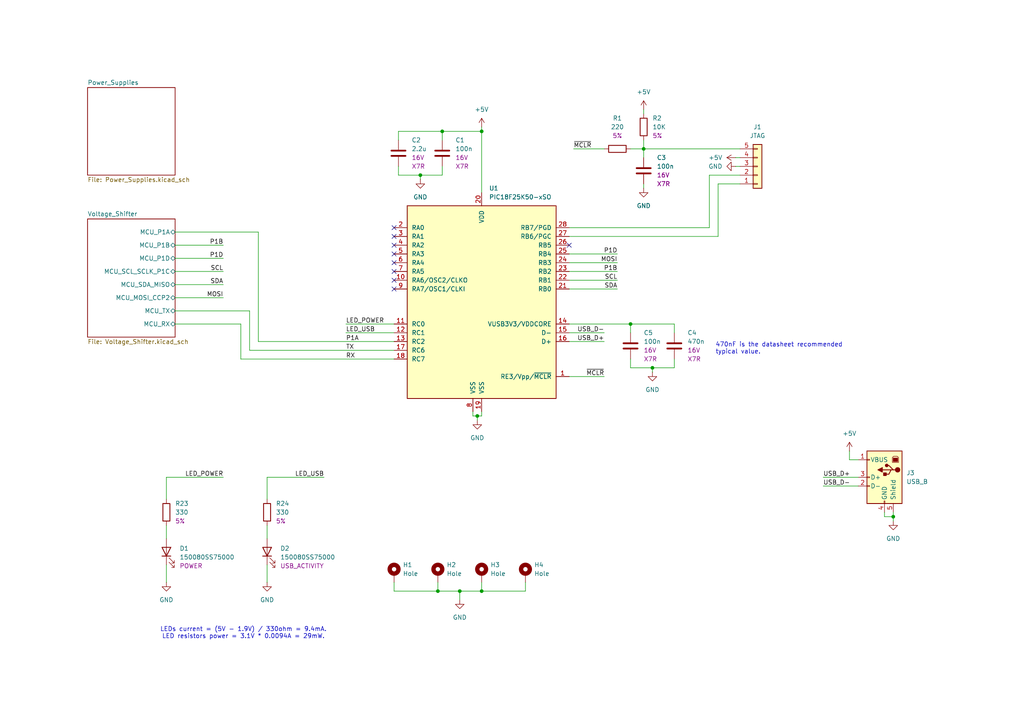
<source format=kicad_sch>
(kicad_sch (version 20250114) (generator "eeschema") (generator_version "9.0")
  (paper "A4")
  (title_block (title "Main sheet") (date "2025-09-02") (rev "1.0") (company "(C) Adrien RICCIARDI"))
  (lib_symbols
    (symbol "Connector:USB_B" (pin_names (offset 1.016))
      (property "Reference" "J" (at -5.08 11.43 0))
      (property "Value" "USB_B" (at -5.08 8.89 0))
      (symbol "USB_B_0_1"
        (rectangle (start -5.08 -7.62) (end 5.08 7.62) (stroke (width 0.254)) (fill (type background)))
        (polyline (pts (xy -4.064 4.318) (xy -2.286 4.318) (xy -2.286 5.715) (xy -2.667 6.096) (xy -3.683 6.096) (xy -4.064 5.715) (xy -4.064 4.318)))
        (rectangle (start -3.81 5.588) (end -2.54 4.572) (fill (type outline)))
        (circle (center -3.81 2.159) (radius 0.635) (stroke (width 0.254)) (fill (type outline)))
        (polyline (pts (xy -3.175 2.159) (xy -2.54 2.159) (xy -1.27 3.429) (xy -0.635 3.429)) (stroke (width 0.254)))
        (polyline (pts (xy -2.54 2.159) (xy -1.905 2.159) (xy -1.27 0.889) (xy 0 0.889)) (stroke (width 0.254)))
        (polyline (pts (xy -1.905 2.159) (xy 0.635 2.159)) (stroke (width 0.254)))
        (circle (center -0.635 3.429) (radius 0.381) (stroke (width 0.254)) (fill (type outline)))
        (rectangle (start -0.127 -7.62) (end 0.127 -6.858))
        (rectangle (start 0.254 1.27) (end -0.508 0.508) (stroke (width 0.254)) (fill (type outline)))
        (polyline (pts (xy 0.635 2.794) (xy 0.635 1.524) (xy 1.905 2.159) (xy 0.635 2.794)) (stroke (width 0.254)) (fill (type outline)))
        (rectangle (start 5.08 4.953) (end 4.318 5.207))
        (rectangle (start 5.08 -0.127) (end 4.318 0.127))
        (rectangle (start 5.08 -2.667) (end 4.318 -2.413))
      )
      (symbol "USB_B_1_1"
        (pin passive line (at -2.54 -10.16 90) (length 2.54) (name "Shield") (number "5"))
        (pin power_out line (at 0 -10.16 90) (length 2.54) (name "GND") (number "4"))
        (pin power_out line (at 7.62 5.08 180) (length 2.54) (name "VBUS") (number "1"))
        (pin bidirectional line (at 7.62 0 180) (length 2.54) (name "D+") (number "3"))
        (pin bidirectional line (at 7.62 -2.54 180) (length 2.54) (name "D-") (number "2"))
      )
    )
    (symbol "Connector_Generic:Conn_01x05" (pin_names (offset 1.016) (hide yes))
      (property "Reference" "J" (at 0 7.62 0))
      (property "Value" "Conn_01x05" (at 0 -7.62 0))
      (symbol "Conn_01x05_1_1"
        (rectangle (start -1.27 6.35) (end 1.27 -6.35) (stroke (width 0.254)) (fill (type background)))
        (rectangle (start -1.27 5.207) (end 0 4.953) (stroke (width 0.1524)))
        (rectangle (start -1.27 2.667) (end 0 2.413) (stroke (width 0.1524)))
        (rectangle (start -1.27 0.127) (end 0 -0.127) (stroke (width 0.1524)))
        (rectangle (start -1.27 -2.413) (end 0 -2.667) (stroke (width 0.1524)))
        (rectangle (start -1.27 -4.953) (end 0 -5.207) (stroke (width 0.1524)))
        (pin passive line (at -5.08 5.08 0) (length 3.81) (name "Pin_1") (number "1"))
        (pin passive line (at -5.08 2.54 0) (length 3.81) (name "Pin_2") (number "2"))
        (pin passive line (at -5.08 0 0) (length 3.81) (name "Pin_3") (number "3"))
        (pin passive line (at -5.08 -2.54 0) (length 3.81) (name "Pin_4") (number "4"))
        (pin passive line (at -5.08 -5.08 0) (length 3.81) (name "Pin_5") (number "5"))
      )
    )
    (symbol "Device:C" (pin_numbers (hide yes)) (pin_names (offset 0.254))
      (property "Reference" "C" (at 0.635 2.54 0))
      (property "Value" "C" (at 0.635 -2.54 0))
      (symbol "C_0_1"
        (polyline (pts (xy -2.032 0.762) (xy 2.032 0.762)) (stroke (width 0.508)))
        (polyline (pts (xy -2.032 -0.762) (xy 2.032 -0.762)) (stroke (width 0.508)))
      )
      (symbol "C_1_1"
        (pin passive line (at 0 3.81 270) (length 2.794) (name "~") (number "1"))
        (pin passive line (at 0 -3.81 90) (length 2.794) (name "~") (number "2"))
      )
    )
    (symbol "Device:LED" (pin_numbers (hide yes)) (pin_names (offset 1.016) (hide yes))
      (property "Reference" "D" (at 0 2.54 0))
      (property "Value" "LED" (at 0 -2.54 0))
      (symbol "LED_0_1"
        (polyline (pts (xy -3.048 -0.762) (xy -4.572 -2.286) (xy -3.81 -2.286) (xy -4.572 -2.286) (xy -4.572 -1.524)))
        (polyline (pts (xy -1.778 -0.762) (xy -3.302 -2.286) (xy -2.54 -2.286) (xy -3.302 -2.286) (xy -3.302 -1.524)))
        (polyline (pts (xy -1.27 0) (xy 1.27 0)))
        (polyline (pts (xy -1.27 -1.27) (xy -1.27 1.27)) (stroke (width 0.254)))
        (polyline (pts (xy 1.27 -1.27) (xy 1.27 1.27) (xy -1.27 0) (xy 1.27 -1.27)) (stroke (width 0.254)))
      )
      (symbol "LED_1_1"
        (pin passive line (at -3.81 0 0) (length 2.54) (name "K") (number "1"))
        (pin passive line (at 3.81 0 180) (length 2.54) (name "A") (number "2"))
      )
    )
    (symbol "Device:R" (pin_numbers (hide yes)) (pin_names (offset 0))
      (property "Reference" "R" (at 2.032 0 90))
      (property "Value" "R" (at 0 0 90))
      (symbol "R_0_1"
        (rectangle (start -1.016 -2.54) (end 1.016 2.54) (stroke (width 0.254)))
      )
      (symbol "R_1_1"
        (pin passive line (at 0 3.81 270) (length 1.27) (name "~") (number "1"))
        (pin passive line (at 0 -3.81 90) (length 1.27) (name "~") (number "2"))
      )
    )
    (symbol "MCU_Microchip_PIC18:PIC18F25K50-xSO" (pin_names (offset 1.27))
      (property "Reference" "U" (at -20.32 30.48 0))
      (property "Value" "PIC18F25K50-xSO" (at 12.7 -27.94 0))
      (symbol "PIC18F25K50-xSO_0_1"
        (rectangle (start -21.59 29.21) (end 21.59 -26.67) (stroke (width 0.254)) (fill (type background)))
      )
      (symbol "PIC18F25K50-xSO_1_1"
        (pin bidirectional line (at -25.4 22.86 0) (length 3.81) (name "RA0") (number "2"))
        (pin bidirectional line (at -25.4 20.32 0) (length 3.81) (name "RA1") (number "3"))
        (pin bidirectional line (at -25.4 17.78 0) (length 3.81) (name "RA2") (number "4"))
        (pin bidirectional line (at -25.4 15.24 0) (length 3.81) (name "RA3") (number "5"))
        (pin bidirectional line (at -25.4 12.7 0) (length 3.81) (name "RA4") (number "6"))
        (pin bidirectional line (at -25.4 10.16 0) (length 3.81) (name "RA5") (number "7"))
        (pin output line (at -25.4 7.62 0) (length 3.81) (name "RA6/OSC2/CLKO") (number "10"))
        (pin input line (at -25.4 5.08 0) (length 3.81) (name "RA7/OSC1/CLKI") (number "9"))
        (pin bidirectional line (at -25.4 -5.08 0) (length 3.81) (name "RC0") (number "11"))
        (pin bidirectional line (at -25.4 -7.62 0) (length 3.81) (name "RC1") (number "12"))
        (pin bidirectional line (at -25.4 -10.16 0) (length 3.81) (name "RC2") (number "13"))
        (pin bidirectional line (at -25.4 -12.7 0) (length 3.81) (name "RC6") (number "17"))
        (pin bidirectional line (at -25.4 -15.24 0) (length 3.81) (name "RC7") (number "18"))
        (pin power_in line (at -2.54 -30.48 90) (length 3.81) (name "VSS") (number "8"))
        (pin power_in line (at 0 33.02 270) (length 3.81) (name "VDD") (number "20"))
        (pin power_in line (at 0 -30.48 90) (length 3.81) (name "VSS") (number "19"))
        (pin bidirectional line (at 25.4 22.86 180) (length 3.81) (name "RB7/PGD") (number "28"))
        (pin bidirectional line (at 25.4 20.32 180) (length 3.81) (name "RB6/PGC") (number "27"))
        (pin bidirectional line (at 25.4 17.78 180) (length 3.81) (name "RB5") (number "26"))
        (pin bidirectional line (at 25.4 15.24 180) (length 3.81) (name "RB4") (number "25"))
        (pin bidirectional line (at 25.4 12.7 180) (length 3.81) (name "RB3") (number "24"))
        (pin bidirectional line (at 25.4 10.16 180) (length 3.81) (name "RB2") (number "23"))
        (pin bidirectional line (at 25.4 7.62 180) (length 3.81) (name "RB1") (number "22"))
        (pin bidirectional line (at 25.4 5.08 180) (length 3.81) (name "RB0") (number "21"))
        (pin bidirectional line (at 25.4 -5.08 180) (length 3.81) (name "VUSB3V3/VDDCORE") (number "14"))
        (pin bidirectional line (at 25.4 -7.62 180) (length 3.81) (name "D-") (number "15"))
        (pin bidirectional line (at 25.4 -10.16 180) (length 3.81) (name "D+") (number "16"))
        (pin input line (at 25.4 -20.32 180) (length 3.81) (name "RE3/Vpp/~{MCLR}") (number "1"))
      )
    )
    (symbol "Mechanical:MountingHole_Pad" (pin_numbers (hide yes)) (pin_names (offset 1.016) (hide yes)) (in_bom no)
      (property "Reference" "H" (at 0 6.35 0))
      (property "Value" "MountingHole_Pad" (at 0 4.445 0))
      (symbol "MountingHole_Pad_0_1"
        (circle (center 0 1.27) (radius 1.27) (stroke (width 1.27)))
      )
      (symbol "MountingHole_Pad_1_1"
        (pin input line (at 0 -2.54 90) (length 2.54) (name "1") (number "1"))
      )
    )
    (symbol "power:+5V" (power) (pin_numbers (hide yes)) (pin_names (offset 0) (hide yes))
      (property "Value" "+5V" (at 0 3.556 0))
      (symbol "+5V_0_1"
        (polyline (pts (xy -0.762 1.27) (xy 0 2.54)))
        (polyline (pts (xy 0 2.54) (xy 0.762 1.27)))
        (polyline (pts (xy 0 0) (xy 0 2.54)))
      )
      (symbol "+5V_1_1"
        (pin power_in line (at 0 0 90) (length 0) (name "~") (number "1"))
      )
    )
    (symbol "power:GND" (power) (pin_numbers (hide yes)) (pin_names (offset 0) (hide yes))
      (property "Value" "GND" (at 0 -3.81 0))
      (symbol "GND_0_1"
        (polyline (pts (xy 0 0) (xy 0 -1.27) (xy 1.27 -1.27) (xy 0 -2.54) (xy -1.27 -1.27) (xy 0 -1.27)))
      )
      (symbol "GND_1_1"
        (pin power_in line (at 0 0 270) (length 0) (name "~") (number "1"))
      )
    )
  )
  (text "LEDs current = (5V - 1.9V) / 330ohm = 9.4mA.\nLED resistors power = 3.1V * 0.0094A = 29mW." (at 70.612 183.642 0) (effects (font (size 1.27 1.27))))
  (text "470nF is the datasheet recommended\ntypical value." (at 207.518 101.092 0) (effects (font (size 1.27 1.27)) (justify left)))
  (junction (at 139.7 171.45))
  (junction (at 189.23 106.68))
  (junction (at 128.27 38.1))
  (junction (at 182.88 93.98))
  (junction (at 121.92 50.8))
  (junction (at 139.7 38.1))
  (junction (at 259.08 149.86))
  (junction (at 127 171.45))
  (junction (at 133.35 171.45))
  (junction (at 186.69 43.18))
  (junction (at 138.43 120.65))
  (no_connect (at 114.3 71.12))
  (no_connect (at 114.3 68.58))
  (no_connect (at 165.1 71.12))
  (no_connect (at 114.3 83.82))
  (no_connect (at 114.3 73.66))
  (no_connect (at 114.3 81.28))
  (no_connect (at 114.3 66.04))
  (no_connect (at 114.3 78.74))
  (no_connect (at 114.3 76.2))
  (wire (pts (xy 74.93 99.06) (xy 114.3 99.06)))
  (wire (pts (xy 214.63 43.18) (xy 186.69 43.18)))
  (wire (pts (xy 137.16 119.38) (xy 137.16 120.65)))
  (wire (pts (xy 138.43 120.65) (xy 139.7 120.65)))
  (wire (pts (xy 165.1 81.28) (xy 179.07 81.28)))
  (wire (pts (xy 214.63 45.72) (xy 213.36 45.72)))
  (wire (pts (xy 152.4 171.45) (xy 152.4 168.91)))
  (wire (pts (xy 189.23 106.68) (xy 189.23 107.95)))
  (wire (pts (xy 195.58 106.68) (xy 195.58 104.14)))
  (wire (pts (xy 72.39 101.6) (xy 72.39 90.17)))
  (wire (pts (xy 77.47 138.43) (xy 93.98 138.43)))
  (wire (pts (xy 48.26 168.91) (xy 48.26 163.83)))
  (wire (pts (xy 259.08 149.86) (xy 259.08 151.13)))
  (wire (pts (xy 214.63 48.26) (xy 213.36 48.26)))
  (wire (pts (xy 50.8 74.93) (xy 64.77 74.93)))
  (wire (pts (xy 50.8 86.36) (xy 64.77 86.36)))
  (wire (pts (xy 115.57 48.26) (xy 115.57 50.8)))
  (wire (pts (xy 182.88 106.68) (xy 189.23 106.68)))
  (wire (pts (xy 165.1 83.82) (xy 179.07 83.82)))
  (wire (pts (xy 139.7 120.65) (xy 139.7 119.38)))
  (wire (pts (xy 100.33 93.98) (xy 114.3 93.98)))
  (wire (pts (xy 114.3 168.91) (xy 114.3 171.45)))
  (wire (pts (xy 50.8 90.17) (xy 72.39 90.17)))
  (wire (pts (xy 69.85 104.14) (xy 114.3 104.14)))
  (wire (pts (xy 50.8 82.55) (xy 64.77 82.55)))
  (wire (pts (xy 139.7 38.1) (xy 139.7 55.88)))
  (wire (pts (xy 77.47 156.21) (xy 77.47 152.4)))
  (wire (pts (xy 48.26 144.78) (xy 48.26 138.43)))
  (wire (pts (xy 139.7 171.45) (xy 139.7 168.91)))
  (wire (pts (xy 186.69 43.18) (xy 186.69 45.72)))
  (wire (pts (xy 115.57 38.1) (xy 128.27 38.1)))
  (wire (pts (xy 139.7 36.83) (xy 139.7 38.1)))
  (wire (pts (xy 133.35 171.45) (xy 133.35 173.99)))
  (wire (pts (xy 50.8 71.12) (xy 64.77 71.12)))
  (wire (pts (xy 165.1 78.74) (xy 179.07 78.74)))
  (wire (pts (xy 128.27 38.1) (xy 139.7 38.1)))
  (wire (pts (xy 165.1 68.58) (xy 208.28 68.58)))
  (wire (pts (xy 128.27 50.8) (xy 128.27 48.26)))
  (wire (pts (xy 133.35 171.45) (xy 139.7 171.45)))
  (wire (pts (xy 69.85 93.98) (xy 69.85 104.14)))
  (wire (pts (xy 72.39 101.6) (xy 114.3 101.6)))
  (wire (pts (xy 165.1 76.2) (xy 179.07 76.2)))
  (wire (pts (xy 186.69 53.34) (xy 186.69 54.61)))
  (wire (pts (xy 121.92 50.8) (xy 128.27 50.8)))
  (wire (pts (xy 115.57 50.8) (xy 121.92 50.8)))
  (wire (pts (xy 77.47 144.78) (xy 77.47 138.43)))
  (wire (pts (xy 74.93 67.31) (xy 74.93 99.06)))
  (wire (pts (xy 165.1 73.66) (xy 179.07 73.66)))
  (wire (pts (xy 189.23 106.68) (xy 195.58 106.68)))
  (wire (pts (xy 165.1 96.52) (xy 175.26 96.52)))
  (wire (pts (xy 246.38 130.81) (xy 246.38 133.35)))
  (wire (pts (xy 182.88 93.98) (xy 182.88 96.52)))
  (wire (pts (xy 114.3 171.45) (xy 127 171.45)))
  (wire (pts (xy 182.88 93.98) (xy 195.58 93.98)))
  (wire (pts (xy 128.27 38.1) (xy 128.27 40.64)))
  (wire (pts (xy 48.26 138.43) (xy 64.77 138.43)))
  (wire (pts (xy 195.58 93.98) (xy 195.58 96.52)))
  (wire (pts (xy 165.1 99.06) (xy 175.26 99.06)))
  (wire (pts (xy 256.54 149.86) (xy 259.08 149.86)))
  (wire (pts (xy 214.63 53.34) (xy 208.28 53.34)))
  (wire (pts (xy 256.54 148.59) (xy 256.54 149.86)))
  (wire (pts (xy 100.33 96.52) (xy 114.3 96.52)))
  (wire (pts (xy 182.88 104.14) (xy 182.88 106.68)))
  (wire (pts (xy 138.43 120.65) (xy 138.43 121.92)))
  (wire (pts (xy 214.63 50.8) (xy 205.74 50.8)))
  (wire (pts (xy 50.8 78.74) (xy 64.77 78.74)))
  (wire (pts (xy 165.1 109.22) (xy 175.26 109.22)))
  (wire (pts (xy 165.1 93.98) (xy 182.88 93.98)))
  (wire (pts (xy 127 171.45) (xy 133.35 171.45)))
  (wire (pts (xy 137.16 120.65) (xy 138.43 120.65)))
  (wire (pts (xy 238.76 138.43) (xy 248.92 138.43)))
  (wire (pts (xy 259.08 149.86) (xy 259.08 148.59)))
  (wire (pts (xy 246.38 133.35) (xy 248.92 133.35)))
  (wire (pts (xy 139.7 171.45) (xy 152.4 171.45)))
  (wire (pts (xy 186.69 43.18) (xy 182.88 43.18)))
  (wire (pts (xy 238.76 140.97) (xy 248.92 140.97)))
  (wire (pts (xy 127 168.91) (xy 127 171.45)))
  (wire (pts (xy 186.69 43.18) (xy 186.69 40.64)))
  (wire (pts (xy 77.47 168.91) (xy 77.47 163.83)))
  (wire (pts (xy 208.28 68.58) (xy 208.28 53.34)))
  (wire (pts (xy 121.92 50.8) (xy 121.92 52.07)))
  (wire (pts (xy 50.8 93.98) (xy 69.85 93.98)))
  (wire (pts (xy 186.69 31.75) (xy 186.69 33.02)))
  (wire (pts (xy 165.1 66.04) (xy 205.74 66.04)))
  (wire (pts (xy 205.74 66.04) (xy 205.74 50.8)))
  (wire (pts (xy 166.37 43.18) (xy 175.26 43.18)))
  (wire (pts (xy 48.26 156.21) (xy 48.26 152.4)))
  (wire (pts (xy 115.57 40.64) (xy 115.57 38.1)))
  (wire (pts (xy 50.8 67.31) (xy 74.93 67.31)))
  (label "SCL" (at 64.77 78.74 180))
  (label "P1B" (at 64.77 71.12 180))
  (label "MOSI" (at 179.07 76.2 180))
  (label "~{MCLR}" (at 175.26 109.22 180))
  (label "P1D" (at 179.07 73.66 180))
  (label "TX" (at 100.33 101.6 0))
  (label "SDA" (at 64.77 82.55 180))
  (label "RX" (at 100.33 104.14 0))
  (label "P1B" (at 179.07 78.74 180))
  (label "LED_USB" (at 93.98 138.43 180))
  (label "USB_D+" (at 238.76 138.43 0))
  (label "USB_D-" (at 175.26 96.52 180))
  (label "SDA" (at 179.07 83.82 180))
  (label "~{MCLR}" (at 166.37 43.18 0))
  (label "USB_D+" (at 175.26 99.06 180))
  (label "MOSI" (at 64.77 86.36 180))
  (label "LED_POWER" (at 100.33 93.98 0))
  (label "LED_USB" (at 100.33 96.52 0))
  (label "USB_D-" (at 238.76 140.97 0))
  (label "P1D" (at 64.77 74.93 180))
  (label "LED_POWER" (at 64.77 138.43 180))
  (label "SCL" (at 179.07 81.28 180))
  (label "P1A" (at 100.33 99.06 0))
  (symbol (lib_id "power:+5V") (at 213.36 45.72 90) (unit 1)
    (property "Reference" "#PWR039" (effects (hide yes)))
    (property "Value" "+5V" (at 209.55 45.7199 90) (effects (justify left)))
    (property "Description" "Power symbol creates a global label with name \"+5V\"" (effects (hide yes)))
  )
  (symbol (lib_id "power:GND") (at 259.08 151.13 0) (unit 1)
    (property "Reference" "#PWR09" (effects (hide yes)))
    (property "Value" "GND" (at 259.08 156.21 0))
    (property "Description" "Power symbol creates a global label with name \"GND\" , ground" (effects (hide yes)))
  )
  (symbol (lib_id "Device:R") (at 179.07 43.18 270) (unit 1)
    (property "Reference" "R1" (at 179.07 34.29 90))
    (property "Value" "220" (at 179.07 36.83 90))
    (property "Footprint" "Resistor_SMD:R_0603_1608Metric_Pad0.98x0.95mm_HandSolder" (effects (hide yes)))
    (property "Value2" "5%" (at 179.07 39.37 90))
  )
  (symbol (lib_id "power:+5V") (at 246.38 130.81 0) (unit 1)
    (property "Reference" "#PWR012" (effects (hide yes)))
    (property "Value" "+5V" (at 246.38 125.73 0))
    (property "Description" "Power symbol creates a global label with name \"+5V\"" (effects (hide yes)))
  )
  (symbol (lib_id "power:+5V") (at 139.7 36.83 0) (unit 1)
    (property "Reference" "#PWR01" (effects (hide yes)))
    (property "Value" "+5V" (at 139.7 31.75 0))
    (property "Description" "Power symbol creates a global label with name \"+5V\"" (effects (hide yes)))
  )
  (symbol (lib_id "Device:C") (at 182.88 100.33 0) (unit 1)
    (property "Reference" "C5" (at 186.69 96.5199 0) (effects (justify left)))
    (property "Value" "100n" (at 186.69 99.0599 0) (effects (justify left)))
    (property "Footprint" "Capacitor_SMD:C_0603_1608Metric_Pad1.08x0.95mm_HandSolder" (effects (hide yes)))
    (property "Value2" "16V" (at 186.69 101.5999 0) (effects (justify left)))
    (property "Value3" "X7R" (at 186.69 104.1399 0) (effects (justify left)))
  )
  (symbol (lib_id "Device:R") (at 77.47 148.59 0) (unit 1)
    (property "Reference" "R24" (at 80.01 146.0499 0) (effects (justify left)))
    (property "Value" "330" (at 80.01 148.5899 0) (effects (justify left)))
    (property "Footprint" "Resistor_SMD:R_1206_3216Metric_Pad1.30x1.75mm_HandSolder" (effects (hide yes)))
    (property "Value2" "5%" (at 80.01 151.1299 0) (effects (justify left)))
  )
  (symbol (lib_id "Device:C") (at 128.27 44.45 0) (unit 1)
    (property "Reference" "C1" (at 132.08 40.6399 0) (effects (justify left)))
    (property "Value" "100n" (at 132.08 43.1799 0) (effects (justify left)))
    (property "Footprint" "Capacitor_SMD:C_0603_1608Metric_Pad1.08x0.95mm_HandSolder" (effects (hide yes)))
    (property "Description" "Unpolarized capacitor" (effects (hide yes)))
    (property "Value2" "16V" (at 132.08 45.7199 0) (effects (justify left)))
    (property "Value3" "X7R" (at 132.08 48.2599 0) (effects (justify left)))
  )
  (symbol (lib_id "Device:LED") (at 77.47 160.02 90) (unit 1)
    (property "Reference" "D2" (at 81.28 159.0674 90) (effects (justify right)))
    (property "Value" "150080SS75000" (at 81.28 161.6074 90) (effects (justify right)))
    (property "Footprint" "LED_SMD:LED_0805_2012Metric_Pad1.15x1.40mm_HandSolder" (effects (hide yes)))
    (property "Value2" "USB_ACTIVITY" (at 81.28 164.1474 90) (effects (justify right)))
    (property "Sim.Pins" "1=K 2=A" (effects (hide yes)))
  )
  (symbol (lib_id "Device:R") (at 48.26 148.59 0) (unit 1)
    (property "Reference" "R23" (at 50.8 146.0499 0) (effects (justify left)))
    (property "Value" "330" (at 50.8 148.5899 0) (effects (justify left)))
    (property "Footprint" "Resistor_SMD:R_1206_3216Metric_Pad1.30x1.75mm_HandSolder" (effects (hide yes)))
    (property "Value2" "5%" (at 50.8 151.1299 0) (effects (justify left)))
  )
  (symbol (lib_id "power:GND") (at 77.47 168.91 0) (unit 1)
    (property "Reference" "#PWR043" (effects (hide yes)))
    (property "Value" "GND" (at 77.47 173.99 0))
    (property "Description" "Power symbol creates a global label with name \"GND\" , ground" (effects (hide yes)))
  )
  (symbol (lib_id "power:+5V") (at 186.69 31.75 0) (unit 1)
    (property "Reference" "#PWR029" (effects (hide yes)))
    (property "Value" "+5V" (at 186.69 26.67 0))
    (property "Description" "Power symbol creates a global label with name \"+5V\"" (effects (hide yes)))
  )
  (symbol (lib_id "power:GND") (at 48.26 168.91 0) (unit 1)
    (property "Reference" "#PWR042" (effects (hide yes)))
    (property "Value" "GND" (at 48.26 173.99 0))
    (property "Description" "Power symbol creates a global label with name \"GND\" , ground" (effects (hide yes)))
  )
  (symbol (lib_id "power:GND") (at 213.36 48.26 270) (unit 1)
    (property "Reference" "#PWR038" (effects (hide yes)))
    (property "Value" "GND" (at 209.55 48.26 90) (effects (justify right)))
    (property "Description" "Power symbol creates a global label with name \"GND\" , ground" (effects (hide yes)))
  )
  (symbol (lib_id "power:GND") (at 138.43 121.92 0) (unit 1)
    (property "Reference" "#PWR03" (effects (hide yes)))
    (property "Value" "GND" (at 138.43 127 0))
    (property "Description" "Power symbol creates a global label with name \"GND\" , ground" (effects (hide yes)))
  )
  (symbol (lib_id "Connector:USB_B") (at 256.54 138.43 0) (mirror y) (unit 1)
    (property "Reference" "J3" (at 262.89 137.1599 0) (effects (justify right)))
    (property "Value" "USB_B" (at 262.89 139.6999 0) (effects (justify right)))
    (property "Footprint" "Connector_USB:USB_B_Lumberg_2411_02_Horizontal" (effects (hide yes)))
    (property "Description" "USB Type B connector" (effects (hide yes)))
  )
  (symbol (lib_id "Device:LED") (at 48.26 160.02 90) (unit 1)
    (property "Reference" "D1" (at 52.07 159.0674 90) (effects (justify right)))
    (property "Value" "150080SS75000" (at 52.07 161.6074 90) (effects (justify right)))
    (property "Footprint" "LED_SMD:LED_0805_2012Metric_Pad1.15x1.40mm_HandSolder" (effects (hide yes)))
    (property "Value2" "POWER" (at 52.07 164.1474 90) (effects (justify right)))
    (property "Sim.Pins" "1=K 2=A" (effects (hide yes)))
  )
  (symbol (lib_id "Mechanical:MountingHole_Pad") (at 139.7 166.37 0) (unit 1) (in_bom no)
    (property "Reference" "H3" (at 142.24 163.8299 0) (effects (justify left)))
    (property "Value" "Hole" (at 142.24 166.3699 0) (effects (justify left)))
    (property "Footprint" "MountingHole:MountingHole_4.5mm_Pad_Via" (effects (hide yes)))
    (property "Description" "Mounting Hole with connection" (effects (hide yes)))
  )
  (symbol (lib_id "Mechanical:MountingHole_Pad") (at 152.4 166.37 0) (unit 1) (in_bom no)
    (property "Reference" "H4" (at 154.94 163.8299 0) (effects (justify left)))
    (property "Value" "Hole" (at 154.94 166.3699 0) (effects (justify left)))
    (property "Footprint" "MountingHole:MountingHole_4.5mm_Pad_Via" (effects (hide yes)))
    (property "Description" "Mounting Hole with connection" (effects (hide yes)))
  )
  (symbol (lib_id "power:GND") (at 189.23 107.95 0) (unit 1)
    (property "Reference" "#PWR04" (effects (hide yes)))
    (property "Value" "GND" (at 189.23 113.03 0))
    (property "Description" "Power symbol creates a global label with name \"GND\" , ground" (effects (hide yes)))
  )
  (symbol (lib_id "Mechanical:MountingHole_Pad") (at 114.3 166.37 0) (unit 1) (in_bom no)
    (property "Reference" "H1" (at 116.84 163.8299 0) (effects (justify left)))
    (property "Value" "Hole" (at 116.84 166.3699 0) (effects (justify left)))
    (property "Footprint" "MountingHole:MountingHole_4.5mm_Pad_Via" (effects (hide yes)))
    (property "Description" "Mounting Hole with connection" (effects (hide yes)))
  )
  (symbol (lib_id "Device:C") (at 186.69 49.53 0) (unit 1)
    (property "Reference" "C3" (at 190.5 45.7199 0) (effects (justify left)))
    (property "Value" "100n" (at 190.5 48.2599 0) (effects (justify left)))
    (property "Footprint" "Capacitor_SMD:C_0603_1608Metric_Pad1.08x0.95mm_HandSolder" (effects (hide yes)))
    (property "Value2" "16V" (at 190.5 50.7999 0) (effects (justify left)))
    (property "Value3" "X7R" (at 190.5 53.3399 0) (effects (justify left)))
  )
  (symbol (lib_id "MCU_Microchip_PIC18:PIC18F25K50-xSO") (at 139.7 88.9 0) (unit 1)
    (property "Reference" "U1" (at 141.8433 54.61 0) (effects (justify left)))
    (property "Value" "PIC18F25K50-xSO" (at 141.8433 57.15 0) (effects (justify left)))
    (property "Footprint" "Package_SO:SOIC-28W_7.5x17.9mm_P1.27mm" (effects (hide yes)))
    (property "Datasheet" "http://ww1.microchip.com/downloads/en/devicedoc/30000684B.pdf" (effects (hide yes)))
    (property "Description" "32K Flash, 2K SRAM, 256 EEPROM, USB, nanoWatt XLP, 2.3V to 5.5V, SOIC28" (effects (hide yes)))
  )
  (symbol (lib_id "Device:C") (at 115.57 44.45 0) (unit 1)
    (property "Reference" "C2" (at 119.38 40.6399 0) (effects (justify left)))
    (property "Value" "2.2u" (at 119.38 43.1799 0) (effects (justify left)))
    (property "Footprint" "Capacitor_SMD:C_0805_2012Metric_Pad1.18x1.45mm_HandSolder" (effects (hide yes)))
    (property "Description" "Unpolarized capacitor" (effects (hide yes)))
    (property "Value2" "16V" (at 119.38 45.7199 0) (effects (justify left)))
    (property "Value3" "X7R" (at 119.38 48.2599 0) (effects (justify left)))
  )
  (symbol (lib_id "Device:R") (at 186.69 36.83 180) (unit 1)
    (property "Reference" "R2" (at 189.23 34.2899 0) (effects (justify right)))
    (property "Value" "10K" (at 189.23 36.8299 0) (effects (justify right)))
    (property "Footprint" "Resistor_SMD:R_0603_1608Metric_Pad0.98x0.95mm_HandSolder" (effects (hide yes)))
    (property "Value2" "5%" (at 189.23 39.3699 0) (effects (justify right)))
  )
  (symbol (lib_id "power:GND") (at 186.69 54.61 0) (unit 1)
    (property "Reference" "#PWR041" (effects (hide yes)))
    (property "Value" "GND" (at 186.69 59.69 0))
    (property "Description" "Power symbol creates a global label with name \"GND\" , ground" (effects (hide yes)))
  )
  (symbol (lib_id "Device:C") (at 195.58 100.33 0) (unit 1)
    (property "Reference" "C4" (at 199.39 96.5199 0) (effects (justify left)))
    (property "Value" "470n" (at 199.39 99.0599 0) (effects (justify left)))
    (property "Footprint" "Capacitor_SMD:C_0603_1608Metric_Pad1.08x0.95mm_HandSolder" (effects (hide yes)))
    (property "Description" "Unpolarized capacitor" (effects (hide yes)))
    (property "Value2" "16V" (at 199.39 101.5999 0) (effects (justify left)))
    (property "Value3" "X7R" (at 199.39 104.1399 0) (effects (justify left)))
  )
  (symbol (lib_id "Connector_Generic:Conn_01x05") (at 219.71 48.26 0) (mirror x) (unit 1)
    (property "Reference" "J1" (at 219.71 36.83 0))
    (property "Value" "JTAG" (at 219.71 39.37 0))
    (property "Footprint" "Connector_PinHeader_2.54mm:PinHeader_1x05_P2.54mm_Horizontal" (effects (hide yes)))
  )
  (symbol (lib_id "Mechanical:MountingHole_Pad") (at 127 166.37 0) (unit 1) (in_bom no)
    (property "Reference" "H2" (at 129.54 163.8299 0) (effects (justify left)))
    (property "Value" "Hole" (at 129.54 166.3699 0) (effects (justify left)))
    (property "Footprint" "MountingHole:MountingHole_4.5mm_Pad_Via" (effects (hide yes)))
    (property "Description" "Mounting Hole with connection" (effects (hide yes)))
  )
  (symbol (lib_id "power:GND") (at 133.35 173.99 0) (unit 1)
    (property "Reference" "#PWR044" (effects (hide yes)))
    (property "Value" "GND" (at 133.35 179.07 0))
    (property "Description" "Power symbol creates a global label with name \"GND\" , ground" (effects (hide yes)))
  )
  (symbol (lib_id "power:GND") (at 121.92 52.07 0) (unit 1)
    (property "Reference" "#PWR02" (effects (hide yes)))
    (property "Value" "GND" (at 121.92 57.15 0))
    (property "Description" "Power symbol creates a global label with name \"GND\" , ground" (effects (hide yes)))
  )
  (sheet (at 25.4 63.5) (size 25.4 34.29) (stroke (width 0.1524))
    (property "Sheetname" "Voltage_Shifter" (at 25.4 62.7884 0) (effects (justify left bottom)))
    (property "Sheetfile" "Voltage_Shifter.kicad_sch" (at 25.4 98.3746 0) (effects (justify left top)))
    (pin "MCU_MOSI_CCP2" bidirectional (at 50.8 86.36 0))
    (pin "MCU_P1A" bidirectional (at 50.8 67.31 0))
    (pin "MCU_P1B" bidirectional (at 50.8 71.12 0))
    (pin "MCU_P1D" bidirectional (at 50.8 74.93 0))
    (pin "MCU_RX" bidirectional (at 50.8 93.98 0))
    (pin "MCU_SCL_SCLK_P1C" bidirectional (at 50.8 78.74 0))
    (pin "MCU_SDA_MISO" bidirectional (at 50.8 82.55 0))
    (pin "MCU_TX" bidirectional (at 50.8 90.17 0))
  )
  (sheet (at 25.4 25.4) (size 25.4 25.4) (stroke (width 0.1524))
    (property "Sheetname" "Power_Supplies" (at 25.4 24.6884 0) (effects (justify left bottom)))
    (property "Sheetfile" "Power_Supplies.kicad_sch" (at 25.4 51.3846 0) (effects (justify left top)))
  )
)
</source>
